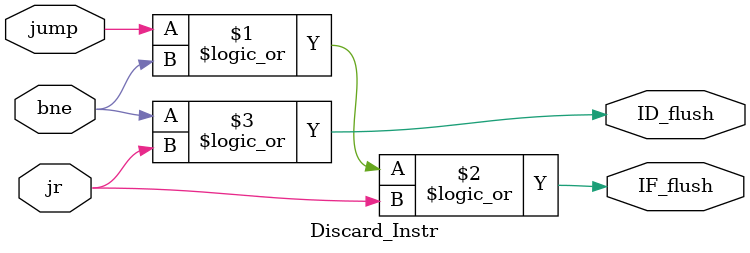
<source format=v>
`timescale 1ns / 1ps
 
 module Discard_Instr
 (
  output wire ID_flush,IF_flush,
  input wire jump,bne,jr
  );
  
  assign IF_flush = jump || bne || jr;
  assign ID_flush = bne || jr;
  
 endmodule 
</source>
